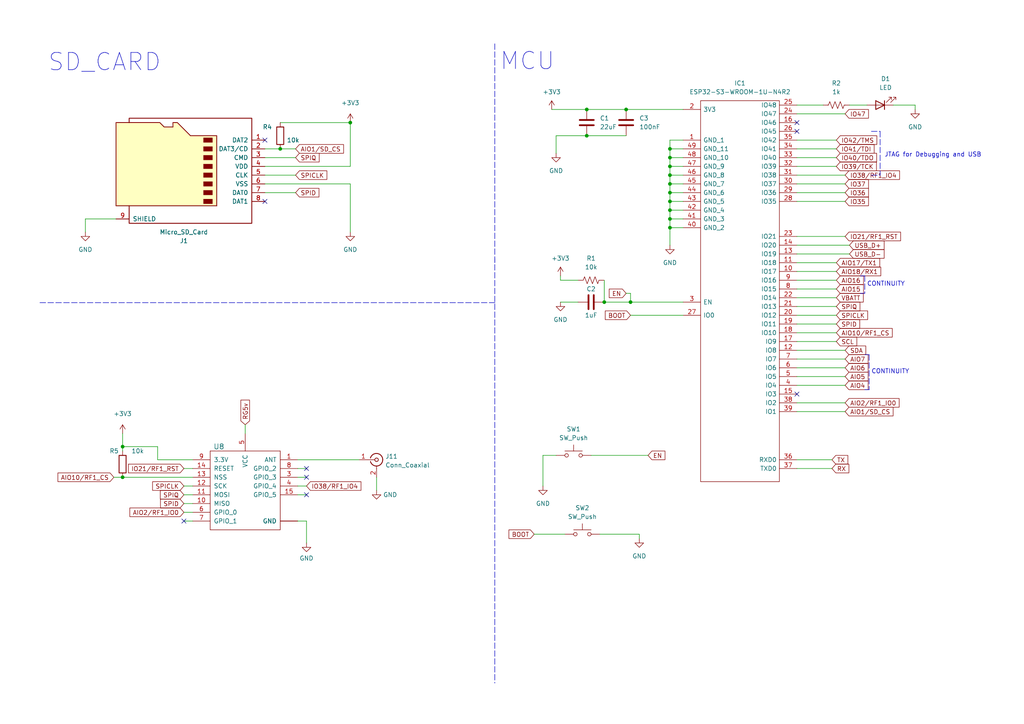
<source format=kicad_sch>
(kicad_sch (version 20211123) (generator eeschema)
  (paper "A4")
  (lib_symbols
    (symbol "Connector:Conn_Coaxial" (pin_names (offset 1.016) hide)
      (property "Reference" "J" (at 0.254 3.048 0))
      (property "Value" "Conn_Coaxial" (at 2.921 0 90))
      (symbol "Conn_Coaxial_0_1"
        (arc (start -1.778 -0.508) (mid 0.222 -1.808) (end 1.778 0) (stroke (width 0.254)))
        (polyline (pts (xy -2.54 0) (xy -0.508 0)))
        (polyline (pts (xy 0 -2.54) (xy 0 -1.778)))
        (circle (center 0 0) (radius 0.508) (stroke (width 0.2032)))
        (arc (start 1.778 0) (mid 0.222 1.8083) (end -1.778 0.508) (stroke (width 0.254)))
      )
      (symbol "Conn_Coaxial_1_1"
        (pin passive line (at -5.08 0 0) (length 2.54) (name "In") (number "1"))
        (pin passive line (at 0 -5.08 90) (length 2.54) (name "Ext") (number "2"))
      )
    )
    (symbol "Connector:Micro_SD_Card" (pin_names (offset 1.016))
      (property "Reference" "J" (at -16.51 15.24 0))
      (property "Value" "Micro_SD_Card" (at 16.51 15.24 0))
      (symbol "Micro_SD_Card_0_1"
        (rectangle (start -7.62 -9.525) (end -5.08 -10.795) (fill (type outline)))
        (rectangle (start -7.62 -6.985) (end -5.08 -8.255) (fill (type outline)))
        (rectangle (start -7.62 -4.445) (end -5.08 -5.715) (fill (type outline)))
        (rectangle (start -7.62 -1.905) (end -5.08 -3.175) (fill (type outline)))
        (rectangle (start -7.62 0.635) (end -5.08 -0.635) (fill (type outline)))
        (rectangle (start -7.62 3.175) (end -5.08 1.905) (fill (type outline)))
        (rectangle (start -7.62 5.715) (end -5.08 4.445) (fill (type outline)))
        (rectangle (start -7.62 8.255) (end -5.08 6.985) (fill (type outline)))
        (polyline (pts (xy 16.51 12.7) (xy 16.51 13.97) (xy -19.05 13.97) (xy -19.05 -16.51) (xy 16.51 -16.51) (xy 16.51 -11.43)) (stroke (width 0.254)))
        (polyline (pts (xy -8.89 -11.43) (xy -8.89 8.89) (xy -1.27 8.89) (xy 2.54 12.7) (xy 3.81 12.7) (xy 3.81 11.43) (xy 6.35 11.43) (xy 7.62 12.7) (xy 20.32 12.7) (xy 20.32 -11.43) (xy -8.89 -11.43)) (stroke (width 0.254)) (fill (type background)))
      )
      (symbol "Micro_SD_Card_1_1"
        (pin bidirectional line (at -22.86 7.62 0) (length 3.81) (name "DAT2") (number "1"))
        (pin bidirectional line (at -22.86 5.08 0) (length 3.81) (name "DAT3/CD") (number "2"))
        (pin input line (at -22.86 2.54 0) (length 3.81) (name "CMD") (number "3"))
        (pin power_in line (at -22.86 0 0) (length 3.81) (name "VDD") (number "4"))
        (pin input line (at -22.86 -2.54 0) (length 3.81) (name "CLK") (number "5"))
        (pin power_in line (at -22.86 -5.08 0) (length 3.81) (name "VSS") (number "6"))
        (pin bidirectional line (at -22.86 -7.62 0) (length 3.81) (name "DAT0") (number "7"))
        (pin bidirectional line (at -22.86 -10.16 0) (length 3.81) (name "DAT1") (number "8"))
        (pin passive line (at 20.32 -15.24 180) (length 3.81) (name "SHIELD") (number "9"))
      )
    )
    (symbol "Device:C" (pin_numbers hide) (pin_names (offset 0.254))
      (property "Reference" "C" (at 0.635 2.54 0))
      (property "Value" "C" (at 0.635 -2.54 0))
      (symbol "C_0_1"
        (polyline (pts (xy -2.032 -0.762) (xy 2.032 -0.762)) (stroke (width 0.508)))
        (polyline (pts (xy -2.032 0.762) (xy 2.032 0.762)) (stroke (width 0.508)))
      )
      (symbol "C_1_1"
        (pin passive line (at 0 3.81 270) (length 2.794) (name "~") (number "1"))
        (pin passive line (at 0 -3.81 90) (length 2.794) (name "~") (number "2"))
      )
    )
    (symbol "Device:LED" (pin_numbers hide) (pin_names (offset 1.016) hide)
      (property "Reference" "D" (at 0 2.54 0))
      (property "Value" "LED" (at 0 -2.54 0))
      (symbol "LED_0_1"
        (polyline (pts (xy -1.27 -1.27) (xy -1.27 1.27)) (stroke (width 0.254)))
        (polyline (pts (xy -1.27 0) (xy 1.27 0)))
        (polyline (pts (xy 1.27 -1.27) (xy 1.27 1.27) (xy -1.27 0) (xy 1.27 -1.27)) (stroke (width 0.254)))
        (polyline (pts (xy -3.048 -0.762) (xy -4.572 -2.286) (xy -3.81 -2.286) (xy -4.572 -2.286) (xy -4.572 -1.524)))
        (polyline (pts (xy -1.778 -0.762) (xy -3.302 -2.286) (xy -2.54 -2.286) (xy -3.302 -2.286) (xy -3.302 -1.524)))
      )
      (symbol "LED_1_1"
        (pin passive line (at -3.81 0 0) (length 2.54) (name "K") (number "1"))
        (pin passive line (at 3.81 0 180) (length 2.54) (name "A") (number "2"))
      )
    )
    (symbol "Device:R" (pin_numbers hide) (pin_names (offset 0))
      (property "Reference" "R" (at 2.032 0 90))
      (property "Value" "R" (at 0 0 90))
      (symbol "R_0_1"
        (rectangle (start -1.016 -2.54) (end 1.016 2.54) (stroke (width 0.254)))
      )
      (symbol "R_1_1"
        (pin passive line (at 0 3.81 270) (length 1.27) (name "~") (number "1"))
        (pin passive line (at 0 -3.81 90) (length 1.27) (name "~") (number "2"))
      )
    )
    (symbol "Device:R_US" (pin_numbers hide) (pin_names (offset 0))
      (property "Reference" "R" (at 2.54 0 90))
      (property "Value" "R_US" (at -2.54 0 90))
      (symbol "R_US_0_1"
        (polyline (pts (xy 0 -2.286) (xy 0 -2.54)))
        (polyline (pts (xy 0 2.286) (xy 0 2.54)))
        (polyline (pts (xy 0 -0.762) (xy 1.016 -1.143) (xy 0 -1.524) (xy -1.016 -1.905) (xy 0 -2.286)))
        (polyline (pts (xy 0 0.762) (xy 1.016 0.381) (xy 0 0) (xy -1.016 -0.381) (xy 0 -0.762)))
        (polyline (pts (xy 0 2.286) (xy 1.016 1.905) (xy 0 1.524) (xy -1.016 1.143) (xy 0 0.762)))
      )
      (symbol "R_US_1_1"
        (pin passive line (at 0 3.81 270) (length 1.27) (name "~") (number "1"))
        (pin passive line (at 0 -3.81 90) (length 1.27) (name "~") (number "2"))
      )
    )
    (symbol "ESP32-S3-WROOM-1U-N4R2:ESP32-S3-WROOM-1U-N4R2" (pin_names (offset 0.762))
      (property "Reference" "IC" (at 29.21 7.62 0))
      (property "Value" "ESP32-S3-WROOM-1U-N4R2" (at 29.21 5.08 0))
      (symbol "ESP32-S3-WROOM-1U-N4R2_0_0"
        (pin passive line (at 5.08 -31.75 0) (length 5.08) (name "GND_1") (number "1"))
        (pin passive line (at 38.1 -69.85 180) (length 5.08) (name "IO17") (number "10"))
        (pin passive line (at 38.1 -67.31 180) (length 5.08) (name "IO18") (number "11"))
        (pin passive line (at 38.1 -92.71 180) (length 5.08) (name "IO8") (number "12"))
        (pin passive line (at 38.1 -64.77 180) (length 5.08) (name "IO19") (number "13"))
        (pin passive line (at 38.1 -62.23 180) (length 5.08) (name "IO20") (number "14"))
        (pin passive line (at 38.1 -105.41 180) (length 5.08) (name "IO3") (number "15"))
        (pin passive line (at 38.1 -26.67 180) (length 5.08) (name "IO46") (number "16"))
        (pin passive line (at 38.1 -90.17 180) (length 5.08) (name "IO9") (number "17"))
        (pin passive line (at 38.1 -87.63 180) (length 5.08) (name "IO10") (number "18"))
        (pin passive line (at 38.1 -85.09 180) (length 5.08) (name "IO11") (number "19"))
        (pin passive line (at 5.08 -22.86 0) (length 5.08) (name "3V3") (number "2"))
        (pin passive line (at 38.1 -82.55 180) (length 5.08) (name "IO12") (number "20"))
        (pin passive line (at 38.1 -80.01 180) (length 5.08) (name "IO13") (number "21"))
        (pin passive line (at 38.1 -77.47 180) (length 5.08) (name "IO14") (number "22"))
        (pin passive line (at 38.1 -59.69 180) (length 5.08) (name "IO21") (number "23"))
        (pin passive line (at 38.1 -24.13 180) (length 5.08) (name "IO47") (number "24"))
        (pin passive line (at 38.1 -21.59 180) (length 5.08) (name "IO48") (number "25"))
        (pin passive line (at 38.1 -29.21 180) (length 5.08) (name "IO45") (number "26"))
        (pin passive line (at 5.08 -82.55 0) (length 5.08) (name "IO0") (number "27"))
        (pin passive line (at 38.1 -49.53 180) (length 5.08) (name "IO35") (number "28"))
        (pin passive line (at 38.1 -46.99 180) (length 5.08) (name "IO36") (number "29"))
        (pin passive line (at 5.08 -78.74 0) (length 5.08) (name "EN") (number "3"))
        (pin passive line (at 38.1 -44.45 180) (length 5.08) (name "IO37") (number "30"))
        (pin passive line (at 38.1 -41.91 180) (length 5.08) (name "IO38") (number "31"))
        (pin passive line (at 38.1 -39.37 180) (length 5.08) (name "IO39") (number "32"))
        (pin passive line (at 38.1 -36.83 180) (length 5.08) (name "IO40") (number "33"))
        (pin passive line (at 38.1 -34.29 180) (length 5.08) (name "IO41") (number "34"))
        (pin passive line (at 38.1 -31.75 180) (length 5.08) (name "IO42") (number "35"))
        (pin passive line (at 38.1 -124.46 180) (length 5.08) (name "RXD0") (number "36"))
        (pin passive line (at 38.1 -127 180) (length 5.08) (name "TXD0") (number "37"))
        (pin passive line (at 38.1 -107.95 180) (length 5.08) (name "IO2") (number "38"))
        (pin passive line (at 38.1 -110.49 180) (length 5.08) (name "IO1") (number "39"))
        (pin passive line (at 38.1 -102.87 180) (length 5.08) (name "IO4") (number "4"))
        (pin passive line (at 5.08 -57.15 0) (length 5.08) (name "GND_2") (number "40"))
        (pin passive line (at 5.08 -54.61 0) (length 5.08) (name "GND_3") (number "41"))
        (pin passive line (at 5.08 -52.07 0) (length 5.08) (name "GND_4") (number "42"))
        (pin passive line (at 5.08 -49.53 0) (length 5.08) (name "GND_5") (number "43"))
        (pin passive line (at 5.08 -46.99 0) (length 5.08) (name "GND_6") (number "44"))
        (pin passive line (at 5.08 -44.45 0) (length 5.08) (name "GND_7") (number "45"))
        (pin passive line (at 5.08 -41.91 0) (length 5.08) (name "GND_8") (number "46"))
        (pin passive line (at 5.08 -39.37 0) (length 5.08) (name "GND_9") (number "47"))
        (pin passive line (at 5.08 -36.83 0) (length 5.08) (name "GND_10") (number "48"))
        (pin passive line (at 5.08 -34.29 0) (length 5.08) (name "GND_11") (number "49"))
        (pin passive line (at 38.1 -100.33 180) (length 5.08) (name "IO5") (number "5"))
        (pin passive line (at 38.1 -97.79 180) (length 5.08) (name "IO6") (number "6"))
        (pin passive line (at 38.1 -95.25 180) (length 5.08) (name "IO7") (number "7"))
        (pin passive line (at 38.1 -74.93 180) (length 5.08) (name "IO15") (number "8"))
        (pin passive line (at 38.1 -72.39 180) (length 5.08) (name "IO16") (number "9"))
      )
      (symbol "ESP32-S3-WROOM-1U-N4R2_0_1"
        (polyline (pts (xy 10.16 -20.32) (xy 33.02 -20.32) (xy 33.02 -130.81) (xy 10.16 -130.81) (xy 10.16 -20.32)) (stroke (width 0.1524)))
      )
    )
    (symbol "Switch:SW_Push" (pin_numbers hide) (pin_names (offset 1.016) hide)
      (property "Reference" "SW" (at 1.27 2.54 0))
      (property "Value" "SW_Push" (at 0 -1.524 0))
      (symbol "SW_Push_0_1"
        (circle (center -2.032 0) (radius 0.508))
        (polyline (pts (xy 0 1.27) (xy 0 3.048)))
        (polyline (pts (xy 2.54 1.27) (xy -2.54 1.27)))
        (circle (center 2.032 0) (radius 0.508))
        (pin passive line (at -5.08 0 0) (length 2.54) (name "1") (number "1"))
        (pin passive line (at 5.08 0 180) (length 2.54) (name "2") (number "2"))
      )
    )
    (symbol "mainboard:RFM98PW" (pin_names (offset 1.016))
      (property "Reference" "U" (at -7.62 10.16 0))
      (symbol "RFM98PW_0_0"
        (pin bidirectional line (at 17.78 -10.16 180) (length 5.08) hide (name "GND") (number "17"))
        (pin bidirectional line (at 2.54 15.24 270) (length 5.08) (name "VCC") (number "5"))
      )
      (symbol "RFM98PW_1_0"
        (polyline (pts (xy -7.62 -12.7) (xy -7.62 10.16)))
        (polyline (pts (xy -7.62 10.16) (xy 12.7 10.16)))
        (polyline (pts (xy 12.7 -12.7) (xy -7.62 -12.7)))
        (polyline (pts (xy 12.7 10.16) (xy 12.7 -12.7)))
        (pin bidirectional line (at 17.78 7.62 180) (length 5.08) (name "ANT") (number "1"))
        (pin bidirectional line (at -12.7 -5.08 0) (length 5.08) (name "MISO") (number "10"))
        (pin bidirectional line (at -12.7 -2.54 0) (length 5.08) (name "MOSI") (number "11"))
        (pin bidirectional line (at -12.7 0 0) (length 5.08) (name "SCK") (number "12"))
        (pin bidirectional line (at -12.7 2.54 0) (length 5.08) (name "NSS") (number "13"))
        (pin bidirectional line (at -12.7 5.08 0) (length 5.08) (name "RESET") (number "14"))
        (pin bidirectional line (at 17.78 -2.54 180) (length 5.08) (name "GPIO_5") (number "15"))
        (pin bidirectional line (at 17.78 -10.16 180) (length 5.08) (name "GND") (number "16"))
        (pin bidirectional line (at 17.78 -10.16 180) (length 5.08) (name "GND") (number "2"))
        (pin bidirectional line (at 17.78 2.54 180) (length 5.08) (name "GPIO_3") (number "3"))
        (pin bidirectional line (at 17.78 0 180) (length 5.08) (name "GPIO_4") (number "4"))
        (pin bidirectional line (at -12.7 -7.62 0) (length 5.08) (name "GPIO_0") (number "6"))
        (pin bidirectional line (at -12.7 -10.16 0) (length 5.08) (name "GPIO_1") (number "7"))
        (pin bidirectional line (at 17.78 5.08 180) (length 5.08) (name "GPIO_2") (number "8"))
        (pin power_in line (at -12.7 7.62 0) (length 5.08) (name "3.3V") (number "9"))
      )
    )
    (symbol "power:+3.3V" (power) (pin_names (offset 0))
      (property "Value" "+3.3V" (at 0 3.556 0))
      (symbol "+3.3V_0_1"
        (polyline (pts (xy -0.762 1.27) (xy 0 2.54)))
        (polyline (pts (xy 0 0) (xy 0 2.54)))
        (polyline (pts (xy 0 2.54) (xy 0.762 1.27)))
      )
      (symbol "+3.3V_1_1"
        (pin power_in line (at 0 0 90) (length 0) hide (name "+3V3") (number "1"))
      )
    )
    (symbol "power:+3V3" (power) (pin_names (offset 0))
      (property "Value" "+3V3" (at 0 3.556 0))
      (symbol "+3V3_0_1"
        (polyline (pts (xy -0.762 1.27) (xy 0 2.54)))
        (polyline (pts (xy 0 0) (xy 0 2.54)))
        (polyline (pts (xy 0 2.54) (xy 0.762 1.27)))
      )
      (symbol "+3V3_1_1"
        (pin power_in line (at 0 0 90) (length 0) hide (name "+3V3") (number "1"))
      )
    )
    (symbol "power:GND" (power) (pin_names (offset 0))
      (property "Value" "GND" (at 0 -3.81 0))
      (symbol "GND_0_1"
        (polyline (pts (xy 0 0) (xy 0 -1.27) (xy 1.27 -1.27) (xy 0 -2.54) (xy -1.27 -1.27) (xy 0 -1.27)))
      )
      (symbol "GND_1_1"
        (pin power_in line (at 0 0 270) (length 0) hide (name "GND") (number "1"))
      )
    )
  )
  (junction (at 194.31 48.26))
  (junction (at 194.31 63.5))
  (junction (at 170.18 31.75))
  (junction (at 101.6 35.56))
  (junction (at 194.31 50.8))
  (junction (at 194.31 58.42))
  (junction (at 181.61 31.75))
  (junction (at 194.31 60.96))
  (junction (at 194.31 66.04))
  (junction (at 175.26 87.63))
  (junction (at 182.88 87.63))
  (junction (at 170.18 39.37))
  (junction (at 35.56 138.43))
  (junction (at 194.31 55.88))
  (junction (at 194.31 45.72))
  (junction (at 194.31 53.34))
  (junction (at 194.31 43.18))
  (junction (at 81.28 43.18))
  (junction (at 35.56 129.54))
  (no_connect (at 231.14 114.3))
  (no_connect (at 76.835 40.64))
  (no_connect (at 76.835 58.42))
  (no_connect (at 231.14 35.56))
  (no_connect (at 231.14 38.1))
  (no_connect (at 88.9 138.43))
  (no_connect (at 88.9 135.89))
  (no_connect (at 53.34 151.13))
  (no_connect (at 88.9 143.51))
  (wire (pts (xy 194.31 53.34) (xy 198.12 53.34)))
  (wire (pts (xy 231.14 86.36) (xy 242.57 86.36)))
  (wire (pts (xy 35.56 138.43) (xy 55.88 138.43)))
  (wire (pts (xy 194.31 40.64) (xy 194.31 43.18)))
  (wire (pts (xy 194.31 48.26) (xy 194.31 50.8)))
  (wire (pts (xy 194.31 50.8) (xy 194.31 53.34)))
  (polyline (pts (xy 11.5824 87.7824) (xy 143.6624 87.7824)))
  (wire (pts (xy 231.14 55.88) (xy 245.11 55.88)))
  (wire (pts (xy 231.14 78.74) (xy 242.57 78.74)))
  (wire (pts (xy 71.12 123.19) (xy 71.12 125.73)))
  (wire (pts (xy 182.88 87.63) (xy 182.88 85.09)))
  (wire (pts (xy 231.14 50.8) (xy 245.11 50.8)))
  (wire (pts (xy 194.31 43.18) (xy 194.31 45.72)))
  (wire (pts (xy 231.14 119.38) (xy 245.11 119.38)))
  (wire (pts (xy 231.14 91.44) (xy 242.57 91.44)))
  (polyline (pts (xy 252.095 102.87) (xy 252.095 113.03)))
  (wire (pts (xy 231.14 58.42) (xy 245.11 58.42)))
  (wire (pts (xy 181.61 31.75) (xy 198.12 31.75)))
  (polyline (pts (xy 249.555 85.09) (xy 250.825 85.09)))
  (wire (pts (xy 231.14 111.76) (xy 245.11 111.76)))
  (wire (pts (xy 175.26 87.63) (xy 182.88 87.63)))
  (wire (pts (xy 171.45 132.08) (xy 187.96 132.08)))
  (wire (pts (xy 86.36 143.51) (xy 88.9 143.51)))
  (wire (pts (xy 86.36 133.35) (xy 104.14 133.35)))
  (wire (pts (xy 231.14 45.72) (xy 242.57 45.72)))
  (wire (pts (xy 109.22 138.43) (xy 109.22 142.24)))
  (wire (pts (xy 167.64 81.28) (xy 162.56 81.28)))
  (wire (pts (xy 194.31 63.5) (xy 194.31 66.04)))
  (wire (pts (xy 194.31 66.04) (xy 198.12 66.04)))
  (wire (pts (xy 259.08 30.48) (xy 265.43 30.48)))
  (wire (pts (xy 231.14 116.84) (xy 245.11 116.84)))
  (wire (pts (xy 161.29 132.08) (xy 157.48 132.08)))
  (wire (pts (xy 231.14 133.35) (xy 241.3 133.35)))
  (wire (pts (xy 76.835 55.88) (xy 85.725 55.88)))
  (wire (pts (xy 86.36 135.89) (xy 88.9 135.89)))
  (wire (pts (xy 194.31 60.96) (xy 194.31 63.5)))
  (wire (pts (xy 231.14 81.28) (xy 242.57 81.28)))
  (wire (pts (xy 101.6 48.26) (xy 101.6 35.56)))
  (wire (pts (xy 194.31 45.72) (xy 194.31 48.26)))
  (wire (pts (xy 173.99 154.94) (xy 185.42 154.94)))
  (polyline (pts (xy 250.825 80.01) (xy 250.825 85.09)))
  (wire (pts (xy 231.14 104.14) (xy 245.11 104.14)))
  (wire (pts (xy 231.14 96.52) (xy 242.57 96.52)))
  (wire (pts (xy 194.31 45.72) (xy 198.12 45.72)))
  (polyline (pts (xy 250.825 102.87) (xy 252.095 102.87)))
  (wire (pts (xy 170.18 31.75) (xy 181.61 31.75)))
  (wire (pts (xy 161.29 39.37) (xy 161.29 44.45)))
  (wire (pts (xy 157.48 132.08) (xy 157.48 140.97)))
  (wire (pts (xy 231.14 33.02) (xy 245.11 33.02)))
  (wire (pts (xy 170.18 39.37) (xy 161.29 39.37)))
  (wire (pts (xy 231.14 68.58) (xy 245.11 68.58)))
  (polyline (pts (xy 252.73 50.8) (xy 255.27 50.8)))
  (polyline (pts (xy 250.825 113.03) (xy 252.095 113.03)))
  (wire (pts (xy 231.14 88.9) (xy 242.57 88.9)))
  (wire (pts (xy 246.38 30.48) (xy 251.46 30.48)))
  (wire (pts (xy 101.6 53.34) (xy 101.6 67.31)))
  (wire (pts (xy 76.835 53.34) (xy 101.6 53.34)))
  (wire (pts (xy 162.56 87.63) (xy 167.64 87.63)))
  (polyline (pts (xy 252.73 38.1) (xy 255.27 38.1)))
  (wire (pts (xy 45.72 133.35) (xy 55.88 133.35)))
  (wire (pts (xy 185.42 154.94) (xy 185.42 156.21)))
  (wire (pts (xy 162.56 80.01) (xy 162.56 81.28)))
  (wire (pts (xy 81.28 43.18) (xy 85.725 43.18)))
  (wire (pts (xy 194.31 55.88) (xy 194.31 58.42)))
  (wire (pts (xy 154.94 154.94) (xy 163.83 154.94)))
  (wire (pts (xy 194.31 58.42) (xy 198.12 58.42)))
  (wire (pts (xy 231.14 109.22) (xy 245.11 109.22)))
  (wire (pts (xy 86.36 140.97) (xy 88.9 140.97)))
  (wire (pts (xy 76.835 43.18) (xy 81.28 43.18)))
  (wire (pts (xy 88.9 151.13) (xy 88.9 157.48)))
  (wire (pts (xy 194.31 50.8) (xy 198.12 50.8)))
  (wire (pts (xy 194.31 66.04) (xy 194.31 71.12)))
  (wire (pts (xy 53.34 140.97) (xy 55.88 140.97)))
  (wire (pts (xy 33.655 63.5) (xy 24.765 63.5)))
  (wire (pts (xy 231.14 30.48) (xy 238.76 30.48)))
  (wire (pts (xy 53.34 135.89) (xy 55.88 135.89)))
  (wire (pts (xy 53.34 146.05) (xy 55.88 146.05)))
  (wire (pts (xy 231.14 71.12) (xy 246.38 71.12)))
  (wire (pts (xy 231.14 76.2) (xy 242.57 76.2)))
  (wire (pts (xy 170.18 39.37) (xy 181.61 39.37)))
  (wire (pts (xy 231.14 43.18) (xy 242.57 43.18)))
  (polyline (pts (xy 143.51 12.7) (xy 143.51 198.12)))
  (wire (pts (xy 45.72 133.35) (xy 45.72 129.54)))
  (wire (pts (xy 86.36 151.13) (xy 88.9 151.13)))
  (wire (pts (xy 35.56 125.73) (xy 35.56 129.54)))
  (wire (pts (xy 194.31 40.64) (xy 198.12 40.64)))
  (wire (pts (xy 231.14 53.34) (xy 245.11 53.34)))
  (wire (pts (xy 194.31 60.96) (xy 198.12 60.96)))
  (wire (pts (xy 81.28 35.56) (xy 101.6 35.56)))
  (wire (pts (xy 160.02 31.75) (xy 170.18 31.75)))
  (wire (pts (xy 53.34 151.13) (xy 55.88 151.13)))
  (wire (pts (xy 231.14 73.66) (xy 246.38 73.66)))
  (wire (pts (xy 35.56 129.54) (xy 35.56 130.81)))
  (wire (pts (xy 231.14 101.6) (xy 245.11 101.6)))
  (wire (pts (xy 24.765 63.5) (xy 24.765 67.31)))
  (wire (pts (xy 53.34 143.51) (xy 55.88 143.51)))
  (polyline (pts (xy 255.27 38.1) (xy 255.27 50.8)))
  (wire (pts (xy 231.14 83.82) (xy 242.57 83.82)))
  (wire (pts (xy 194.31 58.42) (xy 194.31 60.96)))
  (wire (pts (xy 194.31 48.26) (xy 198.12 48.26)))
  (wire (pts (xy 33.02 138.43) (xy 35.56 138.43)))
  (wire (pts (xy 53.34 148.59) (xy 55.88 148.59)))
  (wire (pts (xy 76.835 45.72) (xy 85.725 45.72)))
  (wire (pts (xy 182.88 87.63) (xy 198.12 87.63)))
  (wire (pts (xy 181.61 85.09) (xy 182.88 85.09)))
  (polyline (pts (xy 249.555 80.01) (xy 250.825 80.01)))
  (wire (pts (xy 76.835 48.26) (xy 101.6 48.26)))
  (wire (pts (xy 194.31 43.18) (xy 198.12 43.18)))
  (wire (pts (xy 231.14 135.89) (xy 241.3 135.89)))
  (wire (pts (xy 194.31 63.5) (xy 198.12 63.5)))
  (wire (pts (xy 231.14 40.64) (xy 242.57 40.64)))
  (polyline (pts (xy 143.51 76.2) (xy 143.51 74.93)))
  (wire (pts (xy 231.14 93.98) (xy 242.57 93.98)))
  (wire (pts (xy 194.31 53.34) (xy 194.31 55.88)))
  (wire (pts (xy 194.31 55.88) (xy 198.12 55.88)))
  (wire (pts (xy 76.835 50.8) (xy 85.725 50.8)))
  (wire (pts (xy 175.26 81.28) (xy 175.26 87.63)))
  (wire (pts (xy 86.36 138.43) (xy 88.9 138.43)))
  (wire (pts (xy 45.72 129.54) (xy 35.56 129.54)))
  (wire (pts (xy 182.88 91.44) (xy 198.12 91.44)))
  (wire (pts (xy 265.43 30.48) (xy 265.43 31.75)))
  (wire (pts (xy 231.14 99.06) (xy 242.57 99.06)))
  (wire (pts (xy 231.14 106.68) (xy 245.11 106.68)))
  (wire (pts (xy 231.14 48.26) (xy 242.57 48.26)))
  (text "SD_CARD" (at 13.8176 21.082 0) (effects (font (size 5 5)) (justify left bottom)))
  (text "CONTINUITY" (at 251.46 83.185 0) (effects (font (size 1.27 1.27)) (justify left bottom)))
  (text "JTAG for Debugging and USB\n" (at 256.54 45.72 0) (effects (font (size 1.27 1.27)) (justify left bottom)))
  (text "MCU\n" (at 144.8816 20.7772 0) (effects (font (size 5 5)) (justify left bottom)))
  (text "CONTINUITY" (at 252.73 108.585 0) (effects (font (size 1.27 1.27)) (justify left bottom)))
  (global_label "IO38{slash}RF1_IO4" (shape input) (at 88.9 140.97 0) (property "Intersheet References" "${INTERSHEET_REFS}" (effects hide)))
  (global_label "IO41{slash}TDI" (shape input) (at 242.57 43.18 0) (property "Intersheet References" "${INTERSHEET_REFS}" (effects hide)))
  (global_label "AIO10{slash}RF1_CS" (shape input) (at 33.02 138.43 180) (property "Intersheet References" "${INTERSHEET_REFS}" (effects hide)))
  (global_label "SPID" (shape input) (at 85.725 55.88 0) (property "Intersheet References" "${INTERSHEET_REFS}" (effects hide)))
  (global_label "VBATT" (shape input) (at 242.57 86.36 0) (property "Intersheet References" "${INTERSHEET_REFS}" (effects hide)))
  (global_label "SPID" (shape input) (at 53.34 146.05 180) (property "Intersheet References" "${INTERSHEET_REFS}" (effects hide)))
  (global_label "AIO7" (shape input) (at 245.11 104.14 0) (property "Intersheet References" "${INTERSHEET_REFS}" (effects hide)))
  (global_label "BOOT" (shape input) (at 154.94 154.94 180) (property "Intersheet References" "${INTERSHEET_REFS}" (effects hide)))
  (global_label "SPID" (shape input) (at 242.57 93.98 0) (property "Intersheet References" "${INTERSHEET_REFS}" (effects hide)))
  (global_label "SPICLK" (shape input) (at 53.34 140.97 180) (property "Intersheet References" "${INTERSHEET_REFS}" (effects hide)))
  (global_label "IO38{slash}RF1_IO4" (shape input) (at 245.11 50.8 0) (property "Intersheet References" "${INTERSHEET_REFS}" (effects hide)))
  (global_label "USB_D+" (shape input) (at 246.38 71.12 0) (property "Intersheet References" "${INTERSHEET_REFS}" (effects hide)))
  (global_label "SPIQ" (shape input) (at 85.725 45.72 0) (property "Intersheet References" "${INTERSHEET_REFS}" (effects hide)))
  (global_label "EN" (shape input) (at 181.61 85.09 180) (property "Intersheet References" "${INTERSHEET_REFS}" (effects hide)))
  (global_label "EN" (shape input) (at 187.96 132.08 0) (property "Intersheet References" "${INTERSHEET_REFS}" (effects hide)))
  (global_label "TX" (shape input) (at 241.3 133.35 0) (property "Intersheet References" "${INTERSHEET_REFS}" (effects hide)))
  (global_label "BOOT" (shape input) (at 182.88 91.44 180) (property "Intersheet References" "${INTERSHEET_REFS}" (effects hide)))
  (global_label "IO36" (shape input) (at 245.11 55.88 0) (property "Intersheet References" "${INTERSHEET_REFS}" (effects hide)))
  (global_label "AIO16" (shape input) (at 242.57 81.28 0) (property "Intersheet References" "${INTERSHEET_REFS}" (effects hide)))
  (global_label "AIO5" (shape input) (at 245.11 109.22 0) (property "Intersheet References" "${INTERSHEET_REFS}" (effects hide)))
  (global_label "IO47" (shape input) (at 245.11 33.02 0) (property "Intersheet References" "${INTERSHEET_REFS}" (effects hide)))
  (global_label "AIO1{slash}SD_CS" (shape input) (at 245.11 119.38 0) (property "Intersheet References" "${INTERSHEET_REFS}" (effects hide)))
  (global_label "AIO2{slash}RF1_IO0" (shape input) (at 53.34 148.59 180) (property "Intersheet References" "${INTERSHEET_REFS}" (effects hide)))
  (global_label "AIO4" (shape input) (at 245.11 111.76 0) (property "Intersheet References" "${INTERSHEET_REFS}" (effects hide)))
  (global_label "IO21{slash}RF1_RST" (shape input) (at 245.11 68.58 0) (property "Intersheet References" "${INTERSHEET_REFS}" (effects hide)))
  (global_label "AIO17{slash}TX1" (shape input) (at 242.57 76.2 0) (property "Intersheet References" "${INTERSHEET_REFS}" (effects hide)))
  (global_label "SPIQ" (shape input) (at 242.57 88.9 0) (property "Intersheet References" "${INTERSHEET_REFS}" (effects hide)))
  (global_label "AIO15" (shape input) (at 242.57 83.82 0) (property "Intersheet References" "${INTERSHEET_REFS}" (effects hide)))
  (global_label "IO42{slash}TMS" (shape input) (at 242.57 40.64 0) (property "Intersheet References" "${INTERSHEET_REFS}" (effects hide)))
  (global_label "AIO18{slash}RX1" (shape input) (at 242.57 78.74 0) (property "Intersheet References" "${INTERSHEET_REFS}" (effects hide)))
  (global_label "SCL" (shape input) (at 242.57 99.06 0) (property "Intersheet References" "${INTERSHEET_REFS}" (effects hide)))
  (global_label "USB_D-" (shape input) (at 246.38 73.66 0) (property "Intersheet References" "${INTERSHEET_REFS}" (effects hide)))
  (global_label "SDA" (shape input) (at 245.11 101.6 0) (property "Intersheet References" "${INTERSHEET_REFS}" (effects hide)))
  (global_label "AIO6" (shape input) (at 245.11 106.68 0) (property "Intersheet References" "${INTERSHEET_REFS}" (effects hide)))
  (global_label "SPICLK" (shape input) (at 242.57 91.44 0) (property "Intersheet References" "${INTERSHEET_REFS}" (effects hide)))
  (global_label "IO37" (shape input) (at 245.11 53.34 0) (property "Intersheet References" "${INTERSHEET_REFS}" (effects hide)))
  (global_label "IO40{slash}TDO" (shape input) (at 242.57 45.72 0) (property "Intersheet References" "${INTERSHEET_REFS}" (effects hide)))
  (global_label "SPIQ" (shape input) (at 53.34 143.51 180) (property "Intersheet References" "${INTERSHEET_REFS}" (effects hide)))
  (global_label "IO35" (shape input) (at 245.11 58.42 0) (property "Intersheet References" "${INTERSHEET_REFS}" (effects hide)))
  (global_label "AIO1{slash}SD_CS" (shape input) (at 85.725 43.18 0) (property "Intersheet References" "${INTERSHEET_REFS}" (effects hide)))
  (global_label "RX" (shape input) (at 241.3 135.89 0) (property "Intersheet References" "${INTERSHEET_REFS}" (effects hide)))
  (global_label "IO39{slash}TCK" (shape input) (at 242.57 48.26 0) (property "Intersheet References" "${INTERSHEET_REFS}" (effects hide)))
  (global_label "SPICLK" (shape input) (at 85.725 50.8 0) (property "Intersheet References" "${INTERSHEET_REFS}" (effects hide)))
  (global_label "AIO10{slash}RF1_CS" (shape input) (at 242.57 96.52 0) (property "Intersheet References" "${INTERSHEET_REFS}" (effects hide)))
  (global_label "IO21{slash}RF1_RST" (shape input) (at 53.34 135.89 180) (property "Intersheet References" "${INTERSHEET_REFS}" (effects hide)))
  (global_label "RG5v" (shape input) (at 71.12 123.19 90) (property "Intersheet References" "${INTERSHEET_REFS}" (effects hide)))
  (global_label "AIO2{slash}RF1_IO0" (shape input) (at 245.11 116.84 0) (property "Intersheet References" "${INTERSHEET_REFS}" (effects hide)))
  (symbol (lib_id "Device:C") (at 171.45 87.63 90) (unit 1)
    (property "Reference" "C2" (at 171.45 83.82 90))
    (property "Value" "1uF" (at 171.45 91.44 90))
    (property "Footprint" "Capacitor_SMD:C_0603_1608Metric" (effects hide))
  )
  (symbol (lib_id "power:GND") (at 101.6 67.31 0) (unit 1)
    (property "Reference" "#PWR0114" (effects hide))
    (property "Value" "GND" (at 101.6 72.39 0))
  )
  (symbol (lib_id "Device:R") (at 35.56 134.62 0) (unit 1)
    (property "Reference" "R5" (at 31.75 130.81 0) (effects (justify left)))
    (property "Value" "10k" (at 38.1 130.81 0) (effects (justify left)))
    (property "Footprint" "Resistor_SMD:R_0603_1608Metric" (effects hide))
  )
  (symbol (lib_id "Connector:Micro_SD_Card") (at 53.975 48.26 0) (mirror y) (unit 1)
    (property "Reference" "J1" (at 53.34 69.85 0))
    (property "Value" "Micro_SD_Card" (at 53.34 67.31 0))
    (property "Footprint" "Connector_Card:microSD_HC_Molex_104031-0811" (effects hide))
    (property "Datasheet" "http://katalog.we-online.de/em/datasheet/693072010801.pdf" (effects hide))
  )
  (symbol (lib_id "power:GND") (at 265.43 31.75 0) (unit 1)
    (property "Reference" "#PWR0106" (effects hide))
    (property "Value" "GND" (at 265.43 36.83 0))
  )
  (symbol (lib_id "ESP32-S3-WROOM-1U-N4R2:ESP32-S3-WROOM-1U-N4R2") (at 193.04 8.89 0) (unit 1)
    (property "Reference" "IC1" (at 214.63 24.13 0))
    (property "Value" "ESP32-S3-WROOM-1U-N4R2" (at 214.63 26.67 0))
    (property "Footprint" "Global Footprints:ESP32S3WROOM1UN4R2" (effects hide))
    (property "Datasheet" "https://www.espressif.com/sites/default/files/documentation/esp32-s3-wroom-1_wroom-1u_datasheet_en.pdf" (effects hide))
    (property "Description" "WiFi Modules - 802.11 [Engineering Samples] SMD Module, ESP32-S3R2, 2 MB PSRAM Die, 4 MB SPI Flash, IPEX Antenna Connector." (effects hide))
    (property "Height" "3.35" (effects hide))
    (property "Manufacturer_Name" "Espressif Systems" (effects hide))
    (property "Manufacturer_Part_Number" "ESP32-S3-WROOM-1U-N4R2" (effects hide))
    (property "Mouser Part Number" "356-ESP32S3WRM1UN4R2" (effects hide))
    (property "Mouser Price/Stock" "https://www.mouser.co.uk/ProductDetail/Espressif-Systems/ESP32-S3-WROOM-1U-N4R2?qs=Li%252BoUPsLEnu%2FT1SG7%252BB0BA%3D%3D" (effects hide))
  )
  (symbol (lib_id "power:GND") (at 161.29 44.45 0) (unit 1)
    (property "Reference" "#PWR0103" (effects hide))
    (property "Value" "GND" (at 161.29 49.53 0))
  )
  (symbol (lib_id "power:GND") (at 24.765 67.31 0) (unit 1)
    (property "Reference" "#PWR0113" (effects hide))
    (property "Value" "GND" (at 24.765 72.39 0))
  )
  (symbol (lib_id "Switch:SW_Push") (at 168.91 154.94 0) (unit 1)
    (property "Reference" "SW2" (at 168.91 147.32 0))
    (property "Value" "SW_Push" (at 168.91 149.86 0))
    (property "Footprint" "Button_Switch_SMD:SW_Push_1P1T_NO_6x6mm_H9.5mm" (effects hide))
  )
  (symbol (lib_id "power:GND") (at 185.42 156.21 0) (unit 1)
    (property "Reference" "#PWR0156" (effects hide))
    (property "Value" "GND" (at 185.42 161.29 0))
  )
  (symbol (lib_id "Device:LED") (at 255.27 30.48 180) (unit 1)
    (property "Reference" "D1" (at 256.8575 22.86 0))
    (property "Value" "LED" (at 256.8575 25.4 0))
    (property "Footprint" "LED_SMD:LED_0603_1608Metric" (effects hide))
  )
  (symbol (lib_id "power:+3.3V") (at 162.56 80.01 0) (unit 1)
    (property "Reference" "#PWR0101" (effects hide))
    (property "Value" "+3.3V" (at 162.56 74.93 0))
  )
  (symbol (lib_id "power:GND") (at 88.9 157.48 0) (unit 1)
    (property "Reference" "#PWR0167" (effects hide))
    (property "Value" "GND" (at 88.9 161.925 0))
  )
  (symbol (lib_id "power:GND") (at 194.31 71.12 0) (unit 1)
    (property "Reference" "#PWR0105" (effects hide))
    (property "Value" "GND" (at 194.31 76.2 0))
  )
  (symbol (lib_id "power:GND") (at 109.22 142.24 0) (unit 1)
    (property "Reference" "#PWR0169" (effects hide))
    (property "Value" "GND" (at 111.125 143.5099 0) (effects (justify left)))
  )
  (symbol (lib_id "Device:R_US") (at 242.57 30.48 90) (unit 1)
    (property "Reference" "R2" (at 242.57 24.13 90))
    (property "Value" "1k" (at 242.57 26.67 90))
    (property "Footprint" "Resistor_SMD:R_0603_1608Metric" (effects hide))
  )
  (symbol (lib_id "Device:C") (at 181.61 35.56 0) (unit 1)
    (property "Reference" "C3" (at 185.42 34.2899 0) (effects (justify left)))
    (property "Value" "100nF" (at 185.42 36.8299 0) (effects (justify left)))
    (property "Footprint" "Capacitor_SMD:C_0603_1608Metric" (effects hide))
  )
  (symbol (lib_id "Switch:SW_Push") (at 166.37 132.08 0) (unit 1)
    (property "Reference" "SW1" (at 166.37 124.46 0))
    (property "Value" "SW_Push" (at 166.37 127 0))
    (property "Footprint" "Button_Switch_SMD:SW_Push_1P1T_NO_6x6mm_H9.5mm" (effects hide))
  )
  (symbol (lib_id "Device:C") (at 170.18 35.56 0) (unit 1)
    (property "Reference" "C1" (at 173.99 34.2899 0) (effects (justify left)))
    (property "Value" "22uF" (at 173.99 36.8299 0) (effects (justify left)))
    (property "Footprint" "Capacitor_SMD:C_0603_1608Metric" (effects hide))
  )
  (symbol (lib_id "Connector:Conn_Coaxial") (at 109.22 133.35 0) (unit 1)
    (property "Reference" "J11" (at 111.76 132.3731 0) (effects (justify left)))
    (property "Value" "Conn_Coaxial" (at 111.76 134.9131 0) (effects (justify left)))
    (property "Footprint" "Connector_Coaxial:SMA_Amphenol_901-144_Vertical" (effects hide))
    (property "Datasheet" " ~" (effects hide))
  )
  (symbol (lib_id "mainboard:RFM98PW") (at 68.58 140.97 0) (unit 1)
    (property "Reference" "U8" (at 63.5 129.54 0) (effects (font (size 1.4986 1.4986))))
    (property "Value" "RFM98PW" (effects hide))
    (property "Footprint" "mainboard:RFM95PW" (effects hide))
    (property "Description" "433 MHz 1W Radio" (effects hide))
    (property "Flight" "RFM98PW" (effects hide))
    (property "Manufacturer_Name" "HopeRF" (effects hide))
    (property "Manufacturer_Part_Number" "RFM98PW" (effects hide))
    (property "Proto" "RFM98PW" (effects hide))
  )
  (symbol (lib_id "power:+3V3") (at 101.6 35.56 0) (unit 1)
    (property "Reference" "#PWR0115" (effects hide))
    (property "Value" "+3V3" (at 101.6 29.845 0))
  )
  (symbol (lib_id "power:+3.3V") (at 160.02 31.75 0) (unit 1)
    (property "Reference" "#PWR0102" (effects hide))
    (property "Value" "+3.3V" (at 160.02 26.67 0))
  )
  (symbol (lib_id "power:GND") (at 162.56 87.63 0) (unit 1)
    (property "Reference" "#PWR0104" (effects hide))
    (property "Value" "GND" (at 162.56 92.71 0))
  )
  (symbol (lib_id "power:+3V3") (at 35.56 125.73 0) (unit 1)
    (property "Reference" "#PWR0166" (effects hide))
    (property "Value" "+3V3" (at 35.56 120.015 0))
  )
  (symbol (lib_id "power:GND") (at 157.48 140.97 0) (unit 1)
    (property "Reference" "#PWR0157" (effects hide))
    (property "Value" "GND" (at 157.48 146.05 0))
  )
  (symbol (lib_id "Device:R") (at 81.28 39.37 0) (unit 1)
    (property "Reference" "R4" (at 76.2 36.83 0) (effects (justify left)))
    (property "Value" "10k" (at 83.185 40.64 0) (effects (justify left)))
    (property "Footprint" "Resistor_SMD:R_0603_1608Metric" (effects hide))
  )
  (symbol (lib_id "Device:R_US") (at 171.45 81.28 90) (unit 1)
    (property "Reference" "R1" (at 171.45 74.93 90))
    (property "Value" "10k" (at 171.45 77.47 90))
    (property "Footprint" "Resistor_SMD:R_0603_1608Metric" (effects hide))
  )
)
</source>
